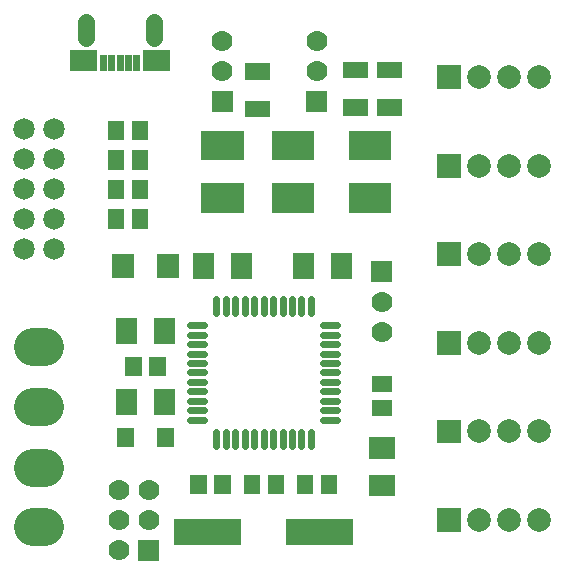
<source format=gts>
G04 Layer: TopSolderMaskLayer*
G04 EasyEDA v6.2.46, 2019-11-01T12:43:08+01:00*
G04 778d866c1a174c42a2ea303962b88bf4,d54f43e133bf43b298e367d61d3b1b7b,10*
G04 Gerber Generator version 0.2*
G04 Scale: 100 percent, Rotated: No, Reflected: No *
G04 Dimensions in millimeters *
G04 leading zeros omitted , absolute positions ,3 integer and 3 decimal *
%FSLAX33Y33*%
%MOMM*%
G90*
G71D02*

%ADD41C,3.203194*%
%ADD42C,0.623189*%
%ADD43C,1.403198*%
%ADD44C,1.778000*%
%ADD51C,2.003196*%
%ADD58C,1.827200*%

%LPD*%
G54D41*
G01X3499Y3880D02*
G01X4499Y3880D01*
G01X3499Y8879D02*
G01X4499Y8879D01*
G01X3499Y14040D02*
G01X4499Y14040D01*
G01X3499Y19120D02*
G01X4499Y19120D01*
G54D42*
G01X16759Y21000D02*
G01X17939Y21000D01*
G01X16759Y20200D02*
G01X17939Y20200D01*
G01X16759Y19401D02*
G01X17939Y19401D01*
G01X16759Y18600D02*
G01X17939Y18600D01*
G01X16759Y17801D02*
G01X17939Y17801D01*
G01X16759Y17000D02*
G01X17939Y17000D01*
G01X16759Y16200D02*
G01X17939Y16200D01*
G01X16759Y15401D02*
G01X17939Y15401D01*
G01X16759Y14600D02*
G01X17939Y14600D01*
G01X16759Y13801D02*
G01X17939Y13801D01*
G01X16759Y13000D02*
G01X17939Y13000D01*
G01X18999Y11940D02*
G01X18999Y10760D01*
G01X19799Y11940D02*
G01X19799Y10760D01*
G01X20599Y11940D02*
G01X20599Y10760D01*
G01X21399Y11940D02*
G01X21399Y10760D01*
G01X22199Y11940D02*
G01X22199Y10760D01*
G01X22999Y11940D02*
G01X22999Y10760D01*
G01X23799Y11940D02*
G01X23799Y10760D01*
G01X24599Y11940D02*
G01X24599Y10760D01*
G01X25399Y11940D02*
G01X25399Y10760D01*
G01X26199Y11940D02*
G01X26199Y10760D01*
G01X26999Y11940D02*
G01X26999Y10760D01*
G01X28059Y13000D02*
G01X29239Y13000D01*
G01X28059Y13801D02*
G01X29239Y13801D01*
G01X28059Y14600D02*
G01X29239Y14600D01*
G01X28059Y15401D02*
G01X29239Y15401D01*
G01X28059Y16200D02*
G01X29239Y16200D01*
G01X28059Y17000D02*
G01X29239Y17000D01*
G01X28059Y17801D02*
G01X29239Y17801D01*
G01X28059Y18600D02*
G01X29239Y18600D01*
G01X28059Y19401D02*
G01X29239Y19401D01*
G01X28059Y20200D02*
G01X29239Y20200D01*
G01X28059Y21000D02*
G01X29239Y21000D01*
G01X26999Y23240D02*
G01X26999Y22060D01*
G01X26199Y23240D02*
G01X26199Y22060D01*
G01X25399Y23240D02*
G01X25399Y22060D01*
G01X24599Y23240D02*
G01X24599Y22060D01*
G01X23799Y23240D02*
G01X23799Y22060D01*
G01X22999Y23240D02*
G01X22999Y22060D01*
G01X22199Y23240D02*
G01X22199Y22060D01*
G01X21399Y23240D02*
G01X21399Y22060D01*
G01X20599Y23240D02*
G01X20599Y22060D01*
G01X19799Y23240D02*
G01X19799Y22060D01*
G01X18999Y23240D02*
G01X18999Y22060D01*
G54D43*
G01X13699Y45300D02*
G01X13699Y46700D01*
G01X7999Y45300D02*
G01X7999Y46700D01*
G54D44*
G01X27499Y45040D03*
G01X27499Y42500D03*
G36*
G01X26611Y39072D02*
G01X26611Y40850D01*
G01X28389Y40850D01*
G01X28389Y39072D01*
G01X26611Y39072D01*
G37*
G36*
G01X23698Y30520D02*
G01X23698Y33009D01*
G01X27302Y33009D01*
G01X27302Y30520D01*
G01X23698Y30520D01*
G37*
G36*
G01X23698Y34991D02*
G01X23698Y37480D01*
G01X27302Y37480D01*
G01X27302Y34991D01*
G01X23698Y34991D01*
G37*
G36*
G01X17698Y30520D02*
G01X17698Y33009D01*
G01X21300Y33009D01*
G01X21300Y30520D01*
G01X17698Y30520D01*
G37*
G36*
G01X17698Y34991D02*
G01X17698Y37480D01*
G01X21300Y37480D01*
G01X21300Y34991D01*
G01X17698Y34991D01*
G37*
G01X19499Y45040D03*
G01X19499Y42500D03*
G36*
G01X18610Y39072D02*
G01X18610Y40850D01*
G01X20388Y40850D01*
G01X20388Y39072D01*
G01X18610Y39072D01*
G37*
G01X32999Y20460D03*
G01X32999Y23000D03*
G36*
G01X32110Y24650D02*
G01X32110Y26428D01*
G01X33888Y26428D01*
G01X33888Y24650D01*
G01X32110Y24650D01*
G37*
G36*
G01X25801Y6675D02*
G01X25801Y8328D01*
G01X27165Y8328D01*
G01X27165Y6675D01*
G01X25801Y6675D01*
G37*
G36*
G01X27833Y6675D02*
G01X27833Y8328D01*
G01X29197Y8328D01*
G01X29197Y6675D01*
G01X27833Y6675D01*
G37*
G36*
G01X16802Y6675D02*
G01X16802Y8328D01*
G01X18166Y8328D01*
G01X18166Y6675D01*
G01X16802Y6675D01*
G37*
G36*
G01X18834Y6675D02*
G01X18834Y8328D01*
G01X20198Y8328D01*
G01X20198Y6675D01*
G01X18834Y6675D01*
G37*
G36*
G01X13335Y16675D02*
G01X13335Y18328D01*
G01X14696Y18328D01*
G01X14696Y16675D01*
G01X13335Y16675D01*
G37*
G36*
G01X11303Y16675D02*
G01X11303Y18328D01*
G01X12664Y18328D01*
G01X12664Y16675D01*
G01X11303Y16675D01*
G37*
G36*
G01X9801Y36675D02*
G01X9801Y38328D01*
G01X11165Y38328D01*
G01X11165Y36675D01*
G01X9801Y36675D01*
G37*
G36*
G01X11833Y36675D02*
G01X11833Y38328D01*
G01X13197Y38328D01*
G01X13197Y36675D01*
G01X11833Y36675D01*
G37*
G36*
G01X9786Y34173D02*
G01X9786Y35826D01*
G01X11148Y35826D01*
G01X11148Y34173D01*
G01X9786Y34173D01*
G37*
G36*
G01X11818Y34173D02*
G01X11818Y35826D01*
G01X13180Y35826D01*
G01X13180Y34173D01*
G01X11818Y34173D01*
G37*
G36*
G01X11948Y42499D02*
G01X11948Y43901D01*
G01X12550Y43901D01*
G01X12550Y42499D01*
G01X11948Y42499D01*
G37*
G36*
G01X11247Y42499D02*
G01X11247Y43901D01*
G01X11851Y43901D01*
G01X11851Y42499D01*
G01X11247Y42499D01*
G37*
G36*
G01X10548Y42499D02*
G01X10548Y43901D01*
G01X11150Y43901D01*
G01X11150Y42499D01*
G01X10548Y42499D01*
G37*
G36*
G01X9847Y42499D02*
G01X9847Y43901D01*
G01X10452Y43901D01*
G01X10452Y42499D01*
G01X9847Y42499D01*
G37*
G36*
G01X9149Y42499D02*
G01X9149Y43901D01*
G01X9751Y43901D01*
G01X9751Y42499D01*
G01X9149Y42499D01*
G37*
G36*
G01X12799Y42499D02*
G01X12799Y44302D01*
G01X15100Y44302D01*
G01X15100Y42499D01*
G01X12799Y42499D01*
G37*
G36*
G01X6598Y42499D02*
G01X6598Y44302D01*
G01X8900Y44302D01*
G01X8900Y42499D01*
G01X6598Y42499D01*
G37*
G36*
G01X37688Y40998D02*
G01X37688Y43002D01*
G01X39690Y43002D01*
G01X39690Y40998D01*
G01X37688Y40998D01*
G37*
G54D51*
G01X41229Y42000D03*
G01X43769Y42000D03*
G01X46309Y42000D03*
G36*
G01X37688Y33500D02*
G01X37688Y35501D01*
G01X39690Y35501D01*
G01X39690Y33500D01*
G01X37688Y33500D01*
G37*
G01X41229Y34500D03*
G01X43769Y34500D03*
G01X46309Y34500D03*
G36*
G01X37688Y25999D02*
G01X37688Y28003D01*
G01X39690Y28003D01*
G01X39690Y25999D01*
G01X37688Y25999D01*
G37*
G01X41229Y27000D03*
G01X43769Y27000D03*
G01X46309Y27000D03*
G36*
G01X37688Y18498D02*
G01X37688Y20502D01*
G01X39690Y20502D01*
G01X39690Y18498D01*
G01X37688Y18498D01*
G37*
G01X41229Y19500D03*
G01X43769Y19500D03*
G01X46309Y19500D03*
G36*
G01X37688Y10998D02*
G01X37688Y13002D01*
G01X39690Y13002D01*
G01X39690Y10998D01*
G01X37688Y10998D01*
G37*
G01X41229Y12000D03*
G01X43769Y12000D03*
G01X46309Y12000D03*
G36*
G01X37688Y3500D02*
G01X37688Y5501D01*
G01X39690Y5501D01*
G01X39690Y3500D01*
G01X37688Y3500D01*
G37*
G01X41229Y4500D03*
G01X43769Y4500D03*
G01X46309Y4500D03*
G36*
G01X10198Y24998D02*
G01X10198Y27002D01*
G01X12001Y27002D01*
G01X12001Y24998D01*
G01X10198Y24998D01*
G37*
G36*
G01X13997Y24998D02*
G01X13997Y27002D01*
G01X15801Y27002D01*
G01X15801Y24998D01*
G01X13997Y24998D01*
G37*
G36*
G01X31897Y6499D02*
G01X31897Y8303D01*
G01X34102Y8303D01*
G01X34102Y6499D01*
G01X31897Y6499D01*
G37*
G36*
G01X31897Y9700D02*
G01X31897Y11503D01*
G01X34102Y11503D01*
G01X34102Y9700D01*
G01X31897Y9700D01*
G37*
G36*
G01X25499Y24899D02*
G01X25499Y27101D01*
G01X27302Y27101D01*
G01X27302Y24899D01*
G01X25499Y24899D01*
G37*
G36*
G01X28696Y24899D02*
G01X28696Y27101D01*
G01X30500Y27101D01*
G01X30500Y24899D01*
G01X28696Y24899D01*
G37*
G36*
G01X20198Y24899D02*
G01X20198Y27101D01*
G01X22001Y27101D01*
G01X22001Y24899D01*
G01X20198Y24899D01*
G37*
G36*
G01X16997Y24899D02*
G01X16997Y27101D01*
G01X18801Y27101D01*
G01X18801Y24899D01*
G01X16997Y24899D01*
G37*
G36*
G01X32174Y13304D02*
G01X32174Y14665D01*
G01X33825Y14665D01*
G01X33825Y13304D01*
G01X32174Y13304D01*
G37*
G36*
G01X32174Y15336D02*
G01X32174Y16697D01*
G01X33825Y16697D01*
G01X33825Y15336D01*
G01X32174Y15336D01*
G37*
G54D44*
G01X10729Y7040D03*
G01X13269Y7040D03*
G01X10729Y4500D03*
G01X13269Y4500D03*
G01X10729Y1960D03*
G36*
G01X12379Y1071D02*
G01X12379Y2849D01*
G01X14157Y2849D01*
G01X14157Y1071D01*
G01X12379Y1071D01*
G37*
G36*
G01X10497Y13398D02*
G01X10497Y15603D01*
G01X12301Y15603D01*
G01X12301Y13398D01*
G01X10497Y13398D01*
G37*
G36*
G01X13698Y13398D02*
G01X13698Y15603D01*
G01X15501Y15603D01*
G01X15501Y13398D01*
G01X13698Y13398D01*
G37*
G36*
G01X10497Y19400D02*
G01X10497Y21602D01*
G01X12301Y21602D01*
G01X12301Y19400D01*
G01X10497Y19400D01*
G37*
G36*
G01X13698Y19400D02*
G01X13698Y21602D01*
G01X15501Y21602D01*
G01X15501Y19400D01*
G01X13698Y19400D01*
G37*
G36*
G01X10596Y10698D02*
G01X10596Y12303D01*
G01X12001Y12303D01*
G01X12001Y10698D01*
G01X10596Y10698D01*
G37*
G36*
G01X13997Y10698D02*
G01X13997Y12303D01*
G01X15400Y12303D01*
G01X15400Y10698D01*
G01X13997Y10698D01*
G37*
G36*
G01X24897Y2400D02*
G01X24897Y4602D01*
G01X30601Y4602D01*
G01X30601Y2400D01*
G01X24897Y2400D01*
G37*
G36*
G01X15397Y2400D02*
G01X15397Y4602D01*
G01X21102Y4602D01*
G01X21102Y2400D01*
G01X15397Y2400D01*
G37*
G36*
G01X23334Y6675D02*
G01X23334Y8328D01*
G01X24696Y8328D01*
G01X24696Y6675D01*
G01X23334Y6675D01*
G37*
G36*
G01X21302Y6675D02*
G01X21302Y8328D01*
G01X22664Y8328D01*
G01X22664Y6675D01*
G01X21302Y6675D01*
G37*
G36*
G01X30198Y30520D02*
G01X30198Y33009D01*
G01X33802Y33009D01*
G01X33802Y30520D01*
G01X30198Y30520D01*
G37*
G36*
G01X30198Y34991D02*
G01X30198Y37480D01*
G01X33802Y37480D01*
G01X33802Y34991D01*
G01X30198Y34991D01*
G37*
G54D58*
G01X5269Y27420D03*
G01X2729Y27420D03*
G01X5269Y29960D03*
G01X2729Y29960D03*
G01X5269Y32500D03*
G01X2729Y32500D03*
G01X5269Y35040D03*
G01X2729Y35040D03*
G01X5269Y37580D03*
G01X2729Y37580D03*
G36*
G01X11818Y31673D02*
G01X11818Y33327D01*
G01X13180Y33327D01*
G01X13180Y31673D01*
G01X11818Y31673D01*
G37*
G36*
G01X9786Y31673D02*
G01X9786Y33327D01*
G01X11148Y33327D01*
G01X11148Y31673D01*
G01X9786Y31673D01*
G37*
G36*
G01X11833Y29174D02*
G01X11833Y30827D01*
G01X13197Y30827D01*
G01X13197Y29174D01*
G01X11833Y29174D01*
G37*
G36*
G01X9801Y29174D02*
G01X9801Y30827D01*
G01X11165Y30827D01*
G01X11165Y29174D01*
G01X9801Y29174D01*
G37*
G36*
G01X32611Y41915D02*
G01X32611Y43317D01*
G01X34714Y43317D01*
G01X34714Y41915D01*
G01X32611Y41915D01*
G37*
G36*
G01X32611Y38714D02*
G01X32611Y40116D01*
G01X34714Y40116D01*
G01X34714Y38714D01*
G01X32611Y38714D01*
G37*
G36*
G01X21435Y41788D02*
G01X21435Y43190D01*
G01X23538Y43190D01*
G01X23538Y41788D01*
G01X21435Y41788D01*
G37*
G36*
G01X21435Y38587D02*
G01X21435Y39989D01*
G01X23538Y39989D01*
G01X23538Y38587D01*
G01X21435Y38587D01*
G37*
G36*
G01X29690Y41915D02*
G01X29690Y43317D01*
G01X31793Y43317D01*
G01X31793Y41915D01*
G01X29690Y41915D01*
G37*
G36*
G01X29690Y38714D02*
G01X29690Y40116D01*
G01X31793Y40116D01*
G01X31793Y38714D01*
G01X29690Y38714D01*
G37*
M00*
M02*

</source>
